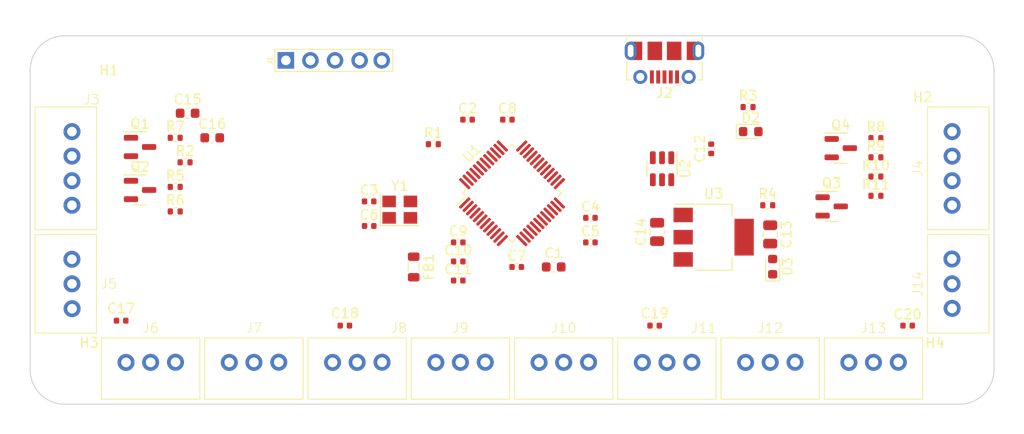
<source format=kicad_pcb>
(kicad_pcb (version 20221018) (generator pcbnew)
  (layers (0 "F.Cu" signal) (31 "B.Cu" signal) (34 "B.Paste" user) (35 "F.Paste" user) (36 "B.SilkS" user "B.Silkscreen") (37 "F.SilkS" user "F.Silkscreen") (38 "B.Mask" user) (39 "F.Mask" user) (44 "Edge.Cuts" user))
  (net 0 "")
  (net 1 "+3.3V")
  (net 2 "GND")
  (net 3 "/HSE_IN")
  (net 4 "/NRST")
  (net 5 "/HSE_OUT")
  (net 6 "+3.3VA")
  (net 7 "+5V")
  (net 8 "/5VLED")
  (net 9 "/3VLED")
  (net 10 "/SWCLK")
  (net 11 "/SDIO")
  (net 12 "/SWO")
  (net 13 "/USB_D-")
  (net 14 "/USB_D+")
  (net 16 "/SDA2HDR")
  (net 17 "/SCL2HDR")
  (net 18 "/A0")
  (net 19 "/SDA1HDR")
  (net 20 "/SCL1HDR")
  (net 21 "/A1")
  (net 22 "/A2")
  (net 23 "/A3")
  (net 24 "/A4")
  (net 25 "/A5")
  (net 26 "/A6")
  (net 27 "/A7")
  (net 28 "/A8")
  (net 29 "/A9")
  (net 30 "/SCL1")
  (net 31 "/SDA1")
  (net 32 "/SCL2")
  (net 33 "/SDA2")
  (net 34 "/BOOT0")
  (net 46 "/SWDIO")
  (footprint "Resistor_SMD:R_0402_1005Metric" (layer "F.Cu") (at 173.48 97.066)
    (fp_text reference "R11" (at 0 -1.17) (layer "F.SilkS"))
    (fp_text value "10k")
    (fp_line (start -0.153641 -0.38) (end 0.153641 -0.38) (stroke (width 0.12)) (layer "F.SilkS"))
    (fp_line (start -0.153641 0.38) (end 0.153641 0.38) (stroke (width 0.12)) (layer "F.SilkS"))
    (pad "1" smd roundrect (at -0.51 0) (size 0.54 0.64) (layers "F.Cu" "F.Paste" "F.Mask") (net 7 "+5V"))
    (pad "2" smd roundrect (at 0.51 0) (size 0.54 0.64) (layers "F.Cu" "F.Paste" "F.Mask") (net 16 "/SDA2HDR"))
  )
  (footprint "Capacitor_SMD:C_0402_1005Metric" (layer "F.Cu") (at 143.99 99.3465)
    (fp_text reference "C4" (at 0 -1.16) (layer "F.SilkS"))
    (fp_text value "100n")
    (fp_line (start -0.107836 -0.36) (end 0.107836 -0.36) (stroke (width 0.12)) (layer "F.SilkS"))
    (fp_line (start -0.107836 0.36) (end 0.107836 0.36) (stroke (width 0.12)) (layer "F.SilkS"))
    (pad "1" smd roundrect (at -0.48 0) (size 0.56 0.62) (layers "F.Cu" "F.Paste" "F.Mask") (net 4 "/NRST"))
    (pad "2" smd roundrect (at 0.48 0) (size 0.56 0.62) (layers "F.Cu" "F.Paste" "F.Mask") (net 2 "GND"))
  )
  (footprint "Package_QFP:LQFP-48_7x7mm_P0.5mm" (layer "F.Cu") (at 135.89 96.8065 45)
    (fp_text reference "U1" (at 0 -5.85 45) (layer "F.SilkS"))
    (fp_text value "STM32F103C8T6")
    (fp_line (start -3.61 -3.61) (end -3.61 -3.16) (stroke (width 0.12)) (layer "F.SilkS"))
    (fp_line (start -3.61 -3.16) (end -4.9 -3.16) (stroke (width 0.12)) (layer "F.SilkS"))
    (fp_line (start -3.61 3.61) (end -3.61 3.16) (stroke (width 0.12)) (layer "F.SilkS"))
    (fp_line (start -3.16 -3.61) (end -3.61 -3.61) (stroke (width 0.12)) (layer "F.SilkS"))
    (fp_line (start -3.16 3.61) (end -3.61 3.61) (stroke (width 0.12)) (layer "F.SilkS"))
    (fp_line (start 3.16 -3.61) (end 3.61 -3.61) (stroke (width 0.12)) (layer "F.SilkS"))
    (fp_line (start 3.16 3.61) (end 3.61 3.61) (stroke (width 0.12)) (layer "F.SilkS"))
    (fp_line (start 3.61 -3.61) (end 3.61 -3.16) (stroke (width 0.12)) (layer "F.SilkS"))
    (fp_line (start 3.61 3.61) (end 3.61 3.16) (stroke (width 0.12)) (layer "F.SilkS"))
    (pad "1" smd roundrect (at -4.1625 -2.75 45) (size 1.475 0.3) (layers "F.Cu" "F.Paste" "F.Mask") (net 1 "+3.3V"))
    (pad "2" smd roundrect (at -4.1625 -2.25 45) (size 1.475 0.3) (layers "F.Cu" "F.Paste" "F.Mask"))
    (pad "3" smd roundrect (at -4.1625 -1.75 45) (size 1.475 0.3) (layers "F.Cu" "F.Paste" "F.Mask"))
    (pad "4" smd roundrect (at -4.1625 -1.25 45) (size 1.475 0.3) (layers "F.Cu" "F.Paste" "F.Mask"))
    (pad "5" smd roundrect (at -4.1625 -0.75 45) (size 1.475 0.3) (layers "F.Cu" "F.Paste" "F.Mask") (net 3 "/HSE_IN"))
    (pad "6" smd roundrect (at -4.1625 -0.25 45) (size 1.475 0.3) (layers "F.Cu" "F.Paste" "F.Mask") (net 5 "/HSE_OUT"))
    (pad "7" smd roundrect (at -4.1625 0.25 45) (size 1.475 0.3) (layers "F.Cu" "F.Paste" "F.Mask") (net 4 "/NRST"))
    (pad "8" smd roundrect (at -4.1625 0.75 45) (size 1.475 0.3) (layers "F.Cu" "F.Paste" "F.Mask") (net 2 "GND"))
    (pad "9" smd roundrect (at -4.1625 1.25 45) (size 1.475 0.3) (layers "F.Cu" "F.Paste" "F.Mask") (net 6 "+3.3VA"))
    (pad "10" smd roundrect (at -4.1625 1.75 45) (size 1.475 0.3) (layers "F.Cu" "F.Paste" "F.Mask") (net 18 "/A0"))
    (pad "11" smd roundrect (at -4.1625 2.25 45) (size 1.475 0.3) (layers "F.Cu" "F.Paste" "F.Mask") (net 21 "/A1"))
    (pad "12" smd roundrect (at -4.1625 2.75 45) (size 1.475 0.3) (layers "F.Cu" "F.Paste" "F.Mask") (net 22 "/A2"))
    (pad "13" smd roundrect (at -2.75 4.1625 45) (size 0.3 1.475) (layers "F.Cu" "F.Paste" "F.Mask") (net 23 "/A3"))
    (pad "14" smd roundrect (at -2.25 4.1625 45) (size 0.3 1.475) (layers "F.Cu" "F.Paste" "F.Mask") (net 24 "/A4"))
    (pad "15" smd roundrect (at -1.75 4.1625 45) (size 0.3 1.475) (layers "F.Cu" "F.Paste" "F.Mask") (net 25 "/A5"))
    (pad "16" smd roundrect (at -1.25 4.1625 45) (size 0.3 1.475) (layers "F.Cu" "F.Paste" "F.Mask") (net 26 "/A6"))
    (pad "17" smd roundrect (at -0.75 4.1625 45) (size 0.3 1.475) (layers "F.Cu" "F.Paste" "F.Mask") (net 27 "/A7"))
    (pad "18" smd roundrect (at -0.25 4.1625 45) (size 0.3 1.475) (layers "F.Cu" "F.Paste" "F.Mask") (net 28 "/A8"))
    (pad "19" smd roundrect (at 0.25 4.1625 45) (size 0.3 1.475) (layers "F.Cu" "F.Paste" "F.Mask") (net 29 "/A9"))
    (pad "20" smd roundrect (at 0.75 4.1625 45) (size 0.3 1.475) (layers "F.Cu" "F.Paste" "F.Mask"))
    (pad "21" smd roundrect (at 1.25 4.1625 45) (size 0.3 1.475) (layers "F.Cu" "F.Paste" "F.Mask") (net 32 "/SCL2"))
    (pad "22" smd roundrect (at 1.75 4.1625 45) (size 0.3 1.475) (layers "F.Cu" "F.Paste" "F.Mask") (net 33 "/SDA2"))
    (pad "23" smd roundrect (at 2.25 4.1625 45) (size 0.3 1.475) (layers "F.Cu" "F.Paste" "F.Mask") (net 2 "GND"))
    (pad "24" smd roundrect (at 2.75 4.1625 45) (size 0.3 1.475) (layers "F.Cu" "F.Paste" "F.Mask") (net 1 "+3.3V"))
    (pad "25" smd roundrect (at 4.1625 2.75 45) (size 1.475 0.3) (layers "F.Cu" "F.Paste" "F.Mask"))
    (pad "26" smd roundrect (at 4.1625 2.25 45) (size 1.475 0.3) (layers "F.Cu" "F.Paste" "F.Mask"))
    (pad "27" smd roundrect (at 4.1625 1.75 45) (size 1.475 0.3) (layers "F.Cu" "F.Paste" "F.Mask"))
    (pad "28" smd roundrect (at 4.1625 1.25 45) (size 1.475 0.3) (layers "F.Cu" "F.Paste" "F.Mask"))
    (pad "29" smd roundrect (at 4.1625 0.75 45) (size 1.475 0.3) (layers "F.Cu" "F.Paste" "F.Mask"))
    (pad "30" smd roundrect (at 4.1625 0.25 45) (size 1.475 0.3) (layers "F.Cu" "F.Paste" "F.Mask"))
    (pad "31" smd roundrect (at 4.1625 -0.25 45) (size 1.475 0.3) (layers "F.Cu" "F.Paste" "F.Mask"))
    (pad "32" smd roundrect (at 4.1625 -0.75 45) (size 1.475 0.3) (layers "F.Cu" "F.Paste" "F.Mask") (net 13 "/USB_D-"))
    (pad "33" smd roundrect (at 4.1625 -1.25 45) (size 1.475 0.3) (layers "F.Cu" "F.Paste" "F.Mask") (net 14 "/USB_D+"))
    (pad "34" smd roundrect (at 4.1625 -1.75 45) (size 1.475 0.3) (layers "F.Cu" "F.Paste" "F.Mask") (net 46 "/SWDIO"))
    (pad "35" smd roundrect (at 4.1625 -2.25 45) (size 1.475 0.3) (layers "F.Cu" "F.Paste" "F.Mask") (net 2 "GND"))
    (pad "36" smd roundrect (at 4.1625 -2.75 45) (size 1.475 0.3) (layers "F.Cu" "F.Paste" "F.Mask") (net 1 "+3.3V"))
    (pad "37" smd roundrect (at 2.75 -4.1625 45) (size 0.3 1.475) (layers "F.Cu" "F.Paste" "F.Mask") (net 10 "/SWCLK"))
    (pad "38" smd roundrect (at 2.25 -4.1625 45) (size 0.3 1.475) (layers "F.Cu" "F.Paste" "F.Mask"))
    (pad "39" smd roundrect (at 1.75 -4.1625 45) (size 0.3 1.475) (layers "F.Cu" "F.Paste" "F.Mask") (net 12 "/SWO"))
    (pad "40" smd roundrect (at 1.25 -4.1625 45) (size 0.3 1.475) (layers "F.Cu" "F.Paste" "F.Mask"))
    (pad "41" smd roundrect (at 0.75 -4.1625 45) (size 0.3 1.475) (layers "F.Cu" "F.Paste" "F.Mask"))
    (pad "42" smd roundrect (at 0.25 -4.1625 45) (size 0.3 1.475) (layers "F.Cu" "F.Paste" "F.Mask") (net 30 "/SCL1"))
    (pad "43" smd roundrect (at -0.25 -4.1625 45) (size 0.3 1.475) (layers "F.Cu" "F.Paste" "F.Mask") (net 31 "/SDA1"))
    (pad "44" smd roundrect (at -0.75 -4.1625 45) (size 0.3 1.475) (layers "F.Cu" "F.Paste" "F.Mask") (net 34 "/BOOT0"))
    (pad "45" smd roundrect (at -1.25 -4.1625 45) (size 0.3 1.475) (layers "F.Cu" "F.Paste" "F.Mask"))
    (pad "46" smd roundrect (at -1.75 -4.1625 45) (size 0.3 1.475) (layers "F.Cu" "F.Paste" "F.Mask"))
    (pad "47" smd roundrect (at -2.25 -4.1625 45) (size 0.3 1.475) (layers "F.Cu" "F.Paste" "F.Mask") (net 2 "GND"))
    (pad "48" smd roundrect (at -2.75 -4.1625 45) (size 0.3 1.475) (layers "F.Cu" "F.Paste" "F.Mask") (net 1 "+3.3V"))
  )
  (footprint "MyLibrary:Conn_JST_P3-2.54" (layer "F.Cu") (at 141.224 114.3)
    (fp_text reference "J10" (at 0 -3.556 unlocked) (layer "F.SilkS") (effects (font (thickness 0.1))))
    (fp_text value "Conn_01x03_Socket")
    (fp_line (start -5.08 -2.54) (end -5.08 3.81) (stroke (width 0.1)) (layer "F.SilkS"))
    (fp_line (start -5.08 3.81) (end 5.08 3.81) (stroke (width 0.1)) (layer "F.SilkS"))
    (fp_line (start -2.54 -2.54) (end -5.08 -2.54) (stroke (width 0.1)) (layer "F.SilkS"))
    (fp_line (start 5.08 -2.54) (end -2.54 -2.54) (stroke (width 0.1)) (layer "F.SilkS"))
    (fp_line (start 5.08 3.81) (end 5.08 -2.54) (stroke (width 0.1)) (layer "F.SilkS"))
    (pad "1" thru_hole circle (at -2.54 0) (size 1.75 1.75) (drill 1) (layers "*.Cu" "*.Mask") (net 2 "GND"))
    (pad "2" thru_hole circle (at 0 -0.006498) (size 1.75 1.75) (drill 1) (layers "*.Cu" "*.Mask") (net 7 "+5V"))
    (pad "3" thru_hole circle (at 2.569592 -0.020695) (size 1.75 1.75) (drill 1) (layers "*.Cu" "*.Mask") (net 25 "/A5"))
  )
  (footprint "Capacitor_SMD:C_0805_2012Metric" (layer "F.Cu") (at 150.876 100.8055 90)
    (fp_text reference "C14" (at 0 -1.68 90) (layer "F.SilkS"))
    (fp_text value "22u")
    (fp_line (start -0.261252 -0.735) (end 0.261252 -0.735) (stroke (width 0.12)) (layer "F.SilkS"))
    (fp_line (start -0.261252 0.735) (end 0.261252 0.735) (stroke (width 0.12)) (layer "F.SilkS"))
    (pad "1" smd roundrect (at -0.95 0 90) (size 1 1.45) (layers "F.Cu" "F.Paste" "F.Mask") (net 1 "+3.3V"))
    (pad "2" smd roundrect (at 0.95 0 90) (size 1 1.45) (layers "F.Cu" "F.Paste" "F.Mask") (net 2 "GND"))
  )
  (footprint "MountingHole:MountingHole_3.2mm_M3" (layer "F.Cu") (at 182.118 84.074)
    (fp_text reference "H2" (at -3.81 2.794) (layer "F.SilkS"))
    (fp_text value "MountingHole")
    (pad "" np_thru_hole circle (at 0 0) (size 3.2 3.2) (drill 3.2) (layers "*.Cu" "*.Mask"))
  )
  (footprint "MyLibrary:Conn_JST_P3-2.54" (layer "F.Cu") (at 119.888 114.3)
    (fp_text reference "J8" (at 4.318 -3.556 unlocked) (layer "F.SilkS") (effects (font (thickness 0.1))))
    (fp_text value "Conn_01x03_Socket")
    (fp_line (start -5.08 -2.54) (end -5.08 3.81) (stroke (width 0.1)) (layer "F.SilkS"))
    (fp_line (start -5.08 3.81) (end 5.08 3.81) (stroke (width 0.1)) (layer "F.SilkS"))
    (fp_line (start -2.54 -2.54) (end -5.08 -2.54) (stroke (width 0.1)) (layer "F.SilkS"))
    (fp_line (start 5.08 -2.54) (end -2.54 -2.54) (stroke (width 0.1)) (layer "F.SilkS"))
    (fp_line (start 5.08 3.81) (end 5.08 -2.54) (stroke (width 0.1)) (layer "F.SilkS"))
    (pad "1" thru_hole circle (at -2.54 0) (size 1.75 1.75) (drill 1) (layers "*.Cu" "*.Mask") (net 2 "GND"))
    (pad "2" thru_hole circle (at 0 -0.006498) (size 1.75 1.75) (drill 1) (layers "*.Cu" "*.Mask") (net 7 "+5V"))
    (pad "3" thru_hole circle (at 2.569592 -0.020695) (size 1.75 1.75) (drill 1) (layers "*.Cu" "*.Mask") (net 23 "/A3"))
  )
  (footprint "Capacitor_SMD:C_0402_1005Metric" (layer "F.Cu") (at 130.33 103.8565)
    (fp_text reference "C10" (at 0 -1.16) (layer "F.SilkS"))
    (fp_text value "1u")
    (fp_line (start -0.107836 -0.36) (end 0.107836 -0.36) (stroke (width 0.12)) (layer "F.SilkS"))
    (fp_line (start -0.107836 0.36) (end 0.107836 0.36) (stroke (width 0.12)) (layer "F.SilkS"))
    (pad "1" smd roundrect (at -0.48 0) (size 0.56 0.62) (layers "F.Cu" "F.Paste" "F.Mask") (net 6 "+3.3VA"))
    (pad "2" smd roundrect (at 0.48 0) (size 0.56 0.62) (layers "F.Cu" "F.Paste" "F.Mask") (net 2 "GND"))
  )
  (footprint "Package_TO_SOT_SMD:SOT-23" (layer "F.Cu") (at 97.4575 96.464)
    (fp_text reference "Q2" (at 0 -2.4) (layer "F.SilkS"))
    (fp_text value "AO3400A")
    (fp_line (start 0 -1.56) (end -1.675 -1.56) (stroke (width 0.12)) (layer "F.SilkS"))
    (fp_line (start 0 -1.56) (end 0.65 -1.56) (stroke (width 0.12)) (layer "F.SilkS"))
    (fp_line (start 0 1.56) (end -0.65 1.56) (stroke (width 0.12)) (layer "F.SilkS"))
    (fp_line (start 0 1.56) (end 0.65 1.56) (stroke (width 0.12)) (layer "F.SilkS"))
    (pad "1" smd roundrect (at -0.9375 -0.95) (size 1.475 0.6) (layers "F.Cu" "F.Paste" "F.Mask") (net 1 "+3.3V"))
    (pad "2" smd roundrect (at -0.9375 0.95) (size 1.475 0.6) (layers "F.Cu" "F.Paste" "F.Mask") (net 31 "/SDA1"))
    (pad "3" smd roundrect (at 0.9375 0) (size 1.475 0.6) (layers "F.Cu" "F.Paste" "F.Mask") (net 19 "/SDA1HDR"))
  )
  (footprint "MyLibrary:Conn_JST_P3-2.54" (layer "F.Cu") (at 98.552 114.3)
    (fp_text reference "J6" (at 0 -3.556 unlocked) (layer "F.SilkS") (effects (font (thickness 0.1))))
    (fp_text value "Conn_01x03_Socket")
    (fp_line (start -5.08 -2.54) (end -5.08 3.81) (stroke (width 0.1)) (layer "F.SilkS"))
    (fp_line (start -5.08 3.81) (end 5.08 3.81) (stroke (width 0.1)) (layer "F.SilkS"))
    (fp_line (start -2.54 -2.54) (end -5.08 -2.54) (stroke (width 0.1)) (layer "F.SilkS"))
    (fp_line (start 5.08 -2.54) (end -2.54 -2.54) (stroke (width 0.1)) (layer "F.SilkS"))
    (fp_line (start 5.08 3.81) (end 5.08 -2.54) (stroke (width 0.1)) (layer "F.SilkS"))
    (pad "1" thru_hole circle (at -2.54 0) (size 1.75 1.75) (drill 1) (layers "*.Cu" "*.Mask") (net 2 "GND"))
    (pad "2" thru_hole circle (at 0 -0.006498) (size 1.75 1.75) (drill 1) (layers "*.Cu" "*.Mask") (net 7 "+5V"))
    (pad "3" thru_hole circle (at 2.569592 -0.020695) (size 1.75 1.75) (drill 1) (layers "*.Cu" "*.Mask") (net 21 "/A1"))
  )
  (footprint "Capacitor_SMD:C_0603_1608Metric" (layer "F.Cu") (at 140.195 104.4265)
    (fp_text reference "C1" (at 0 -1.43) (layer "F.SilkS"))
    (fp_text value "10u")
    (fp_line (start -0.14058 -0.51) (end 0.14058 -0.51) (stroke (width 0.12)) (layer "F.SilkS"))
    (fp_line (start -0.14058 0.51) (end 0.14058 0.51) (stroke (width 0.12)) (layer "F.SilkS"))
    (pad "1" smd roundrect (at -0.775 0) (size 0.9 0.95) (layers "F.Cu" "F.Paste" "F.Mask") (net 1 "+3.3V"))
    (pad "2" smd roundrect (at 0.775 0) (size 0.9 0.95) (layers "F.Cu" "F.Paste" "F.Mask") (net 2 "GND"))
  )
  (footprint "MyLibrary:Conn_JST_P3-2.54" (layer "F.Cu") (at 181.356 106.172 90)
    (fp_text reference "J14" (at 0 -3.556 90 unlocked) (layer "F.SilkS") (effects (font (thickness 0.1))))
    (fp_text value "Conn_01x03_Socket")
    (fp_line (start -5.08 -2.54) (end -5.08 3.81) (stroke (width 0.1)) (layer "F.SilkS"))
    (fp_line (start -5.08 3.81) (end 5.08 3.81) (stroke (width 0.1)) (layer "F.SilkS"))
    (fp_line (start -2.54 -2.54) (end -5.08 -2.54) (stroke (width 0.1)) (layer "F.SilkS"))
    (fp_line (start 5.08 -2.54) (end -2.54 -2.54) (stroke (width 0.1)) (layer "F.SilkS"))
    (fp_line (start 5.08 3.81) (end 5.08 -2.54) (stroke (width 0.1)) (layer "F.SilkS"))
    (pad "1" thru_hole circle (at -2.54 0 90) (size 1.75 1.75) (drill 1) (layers "*.Cu" "*.Mask") (net 2 "GND"))
    (pad "2" thru_hole circle (at 0 -0.006498 90) (size 1.75 1.75) (drill 1) (layers "*.Cu" "*.Mask") (net 7 "+5V"))
    (pad "3" thru_hole circle (at 2.569592 -0.020695 90) (size 1.75 1.75) (drill 1) (layers "*.Cu" "*.Mask") (net 29 "/A9"))
  )
  (footprint "Package_TO_SOT_SMD:SOT-23" (layer "F.Cu") (at 97.4575 92.014)
    (fp_text reference "Q1" (at 0 -2.4) (layer "F.SilkS"))
    (fp_text value "AO3400A")
    (fp_line (start 0 -1.56) (end -1.675 -1.56) (stroke (width 0.12)) (layer "F.SilkS"))
    (fp_line (start 0 -1.56) (end 0.65 -1.56) (stroke (width 0.12)) (layer "F.SilkS"))
    (fp_line (start 0 1.56) (end -0.65 1.56) (stroke (width 0.12)) (layer "F.SilkS"))
    (fp_line (start 0 1.56) (end 0.65 1.56) (stroke (width 0.12)) (layer "F.SilkS"))
    (pad "1" smd roundrect (at -0.9375 -0.95) (size 1.475 0.6) (layers "F.Cu" "F.Paste" "F.Mask") (net 1 "+3.3V"))
    (pad "2" smd roundrect (at -0.9375 0.95) (size 1.475 0.6) (layers "F.Cu" "F.Paste" "F.Mask") (net 30 "/SCL1"))
    (pad "3" smd roundrect (at 0.9375 0) (size 1.475 0.6) (layers "F.Cu" "F.Paste" "F.Mask") (net 20 "/SCL1HDR"))
  )
  (footprint "Resistor_SMD:R_0402_1005Metric" (layer "F.Cu") (at 173.48 91.096)
    (fp_text reference "R8" (at 0 -1.17) (layer "F.SilkS"))
    (fp_text value "10k")
    (fp_line (start -0.153641 -0.38) (end 0.153641 -0.38) (stroke (width 0.12)) (layer "F.SilkS"))
    (fp_line (start -0.153641 0.38) (end 0.153641 0.38) (stroke (width 0.12)) (layer "F.SilkS"))
    (pad "1" smd roundrect (at -0.51 0) (size 0.54 0.64) (layers "F.Cu" "F.Paste" "F.Mask") (net 1 "+3.3V"))
    (pad "2" smd roundrect (at 0.51 0) (size 0.54 0.64) (layers "F.Cu" "F.Paste" "F.Mask") (net 32 "/SCL2"))
  )
  (footprint "Resistor_SMD:R_0402_1005Metric" (layer "F.Cu") (at 127.76 91.7265)
    (fp_text reference "R1" (at 0 -1.17) (layer "F.SilkS"))
    (fp_text value "10k")
    (fp_line (start -0.153641 -0.38) (end 0.153641 -0.38) (stroke (width 0.12)) (layer "F.SilkS"))
    (fp_line (start -0.153641 0.38) (end 0.153641 0.38) (stroke (width 0.12)) (layer "F.SilkS"))
    (pad "1" smd roundrect (at -0.51 0) (size 0.54 0.64) (layers "F.Cu" "F.Paste" "F.Mask") (net 2 "GND"))
    (pad "2" smd roundrect (at 0.51 0) (size 0.54 0.64) (layers "F.Cu" "F.Paste" "F.Mask") (net 34 "/BOOT0"))
  )
  (footprint "Capacitor_SMD:C_0402_1005Metric" (layer "F.Cu") (at 131.29 89.1865)
    (fp_text reference "C2" (at 0 -1.16) (layer "F.SilkS"))
    (fp_text value "100n")
    (fp_line (start -0.107836 -0.36) (end 0.107836 -0.36) (stroke (width 0.12)) (layer "F.SilkS"))
    (fp_line (start -0.107836 0.36) (end 0.107836 0.36) (stroke (width 0.12)) (layer "F.SilkS"))
    (pad "1" smd roundrect (at -0.48 0) (size 0.56 0.62) (layers "F.Cu" "F.Paste" "F.Mask") (net 1 "+3.3V"))
    (pad "2" smd roundrect (at 0.48 0) (size 0.56 0.62) (layers "F.Cu" "F.Paste" "F.Mask") (net 2 "GND"))
  )
  (footprint "MyLibrary:Conn_JST_P4-2.54mm" (layer "F.Cu") (at 90.424 94.234 -90)
    (fp_text reference "J3" (at -7.112 -2.032 unlocked) (layer "F.SilkS") (effects (font (thickness 0.1))))
    (fp_text value "Conn_01x04_Pin")
    (fp_line (start -6.35 -2.54) (end -6.35 3.81) (stroke (width 0.1)) (layer "F.SilkS"))
    (fp_line (start -6.35 3.81) (end 6.35 3.81) (stroke (width 0.1)) (layer "F.SilkS"))
    (fp_line (start 6.35 -2.54) (end -6.35 -2.54) (stroke (width 0.1)) (layer "F.SilkS"))
    (fp_line (start 6.35 3.81) (end 6.35 -2.54) (stroke (width 0.1)) (layer "F.SilkS"))
    (pad "1" thru_hole circle (at -3.81 0 270) (size 1.75 1.75) (drill 1) (layers "*.Cu" "*.Mask") (net 20 "/SCL1HDR"))
    (pad "2" thru_hole circle (at -1.27 0 270) (size 1.75 1.75) (drill 1) (layers "*.Cu" "*.Mask") (net 19 "/SDA1HDR"))
    (pad "3" thru_hole circle (at 1.27 0 270) (size 1.75 1.75) (drill 1) (layers "*.Cu" "*.Mask") (net 7 "+5V"))
    (pad "4" thru_hole circle (at 3.81 0 270) (size 1.75 1.75) (drill 1) (layers "*.Cu" "*.Mask") (net 2 "GND"))
  )
  (footprint "MyLibrary:USB_Micro-B_Molex-105017-0001" (layer "F.Cu") (at 151.638 83.312 180)
    (fp_text reference "J2" (at 0 -3.1125 180) (layer "F.SilkS"))
    (fp_text value "USB_B_Micro")
    (fp_line (start -3.9 -1.7625) (end -3.45 -1.7625) (stroke (width 0.12)) (layer "F.SilkS"))
    (fp_line (start -3.9 0.0875) (end -3.9 -1.7625) (stroke (width 0.12)) (layer "F.SilkS"))
    (fp_line (start -3.9 2.6375) (end -3.9 2.3875) (stroke (width 0.12)) (layer "F.SilkS"))
    (fp_line (start -1.7 -2.3125) (end -1.7 -1.8625) (stroke (width 0.12)) (layer "F.SilkS"))
    (fp_line (start -1.7 -2.3125) (end -1.25 -2.3125) (stroke (width 0.12)) (layer "F.SilkS"))
    (fp_line (start 3.9 -1.7625) (end 3.45 -1.7625) (stroke (width 0.12)) (layer "F.SilkS"))
    (fp_line (start 3.9 0.0875) (end 3.9 -1.7625) (stroke (width 0.12)) (layer "F.SilkS"))
    (fp_line (start 3.9 2.6375) (end 3.9 2.3875) (stroke (width 0.12)) (layer "F.SilkS"))
    (pad "1" smd rect (at -1.3 -1.4625 180) (size 0.4 1.35) (layers "F.Cu" "F.Paste" "F.Mask") (net 7 "+5V"))
    (pad "2" smd rect (at -0.65 -1.4625 180) (size 0.4 1.35) (layers "F.Cu" "F.Paste" "F.Mask") (net 13 "/USB_D-"))
    (pad "3" smd rect (at 0 -1.4625 180) (size 0.4 1.35) (layers "F.Cu" "F.Paste" "F.Mask") (net 14 "/USB_D+"))
    (pad "4" smd rect (at 0.65 -1.4625 180) (size 0.4 1.35) (layers "F.Cu" "F.Paste" "F.Mask"))
    (pad "5" smd rect (at 1.3 -1.4625 180) (size 0.4 1.35) (layers "F.Cu" "F.Paste" "F.Mask") (net 2 "GND"))
    (pad "6" thru_hole oval (at -3.5 1.2375) (size 1.2 1.9) (drill oval 0.6 1.3) (layers "*.Cu" "*.Mask") (net 2 "GND"))
    (pad "6" smd rect (at -2.9 1.2375 180) (size 1.2 1.9) (layers "F.Cu" "F.Mask") (net 2 "GND"))
    (pad "6" thru_hole circle (at -2.5 -1.4625 180) (size 1.45 1.45) (drill 0.85) (layers "*.Cu" "*.Mask") (net 2 "GND"))
    (pad "6" smd rect (at -1 1.2375 180) (size 1.5 1.9) (layers "F.Cu" "F.Paste" "F.Mask") (net 2 "GND"))
    (pad "6" smd rect (at 1 1.2375 180) (size 1.5 1.9) (layers "F.Cu" "F.Paste" "F.Mask") (net 2 "GND"))
    (pad "6" thru_hole circle (at 2.5 -1.4625 180) (size 1.45 1.45) (drill 0.85) (layers "*.Cu" "*.Mask") (net 2 "GND"))
    (pad "6" smd rect (at 2.9 1.2375 180) (size 1.2 1.9) (layers "F.Cu" "F.Mask") (net 2 "GND"))
    (pad "6" thru_hole oval (at 3.5 1.2375 180) (size 1.2 1.9) (drill oval 0.6 1.3) (layers "*.Cu" "*.Mask") (net 2 "GND"))
  )
  (footprint "Resistor_SMD:R_0402_1005Metric" (layer "F.Cu") (at 101.09 96.144)
    (fp_text reference "R5" (at 0 -1.17) (layer "F.SilkS"))
    (fp_text value "10k")
    (fp_line (start -0.153641 -0.38) (end 0.153641 -0.38) (stroke (width 0.12)) (layer "F.SilkS"))
    (fp_line (start -0.153641 0.38) (end 0.153641 0.38) (stroke (width 0.12)) (layer "F.SilkS"))
    (pad "1" smd roundrect (at -0.51 0) (size 0.54 0.64) (layers "F.Cu" "F.Paste" "F.Mask") (net 1 "+3.3V"))
    (pad "2" smd roundrect (at 0.51 0) (size 0.54 0.64) (layers "F.Cu" "F.Paste" "F.Mask") (net 31 "/SDA1"))
  )
  (footprint "Crystal:Crystal_SMD_3225-4Pin_3.2x2.5mm" (layer "F.Cu") (at 124.29 98.4965)
    (fp_text reference "Y1" (at 0 -2.45) (layer "F.SilkS"))
    (fp_text value "Crystal_GND24")
    (fp_line (start -2 -1.65) (end -2 1.65) (stroke (width 0.12)) (layer "F.SilkS"))
    (fp_line (start -2 1.65) (end 2 1.65) (stroke (width 0.12)) (layer "F.SilkS"))
    (pad "1" smd rect (at -1.1 0.85) (size 1.4 1.2) (layers "F.Cu" "F.Paste" "F.Mask") (net 3 "/HSE_IN"))
    (pad "2" smd rect (at 1.1 0.85) (size 1.4 1.2) (layers "F.Cu" "F.Paste" "F.Mask") (net 2 "GND"))
    (pad "3" smd rect (at 1.1 -0.85) (size 1.4 1.2) (layers "F.Cu" "F.Paste" "F.Mask") (net 5 "/HSE_OUT"))
    (pad "4" smd rect (at -1.1 -0.85) (size 1.4 1.2) (layers "F.Cu" "F.Paste" "F.Mask") (net 2 "GND"))
  )
  (footprint "Package_TO_SOT_SMD:SOT-23" (layer "F.Cu") (at 168.91 98.166)
    (fp_text reference "Q3" (at 0 -2.4) (layer "F.SilkS"))
    (fp_text value "AO3400A")
    (fp_line (start 0 -1.56) (end -1.675 -1.56) (stroke (width 0.12)) (layer "F.SilkS"))
    (fp_line (start 0 -1.56) (end 0.65 -1.56) (stroke (width 0.12)) (layer "F.SilkS"))
    (fp_line (start 0 1.56) (end -0.65 1.56) (stroke (width 0.12)) (layer "F.SilkS"))
    (fp_line (start 0 1.56) (end 0.65 1.56) (stroke (width 0.12)) (layer "F.SilkS"))
    (pad "1" smd roundrect (at -0.9375 -0.95) (size 1.475 0.6) (layers "F.Cu" "F.Paste" "F.Mask") (net 1 "+3.3V"))
    (pad "2" smd roundrect (at -0.9375 0.95) (size 1.475 0.6) (layers "F.Cu" "F.Paste" "F.Mask") (net 32 "/SCL2"))
    (pad "3" smd roundrect (at 0.9375 0) (size 1.475 0.6) (layers "F.Cu" "F.Paste" "F.Mask") (net 17 "/SCL2HDR"))
  )
  (footprint "MyLibrary:Conn_Header_P5-2.54" (layer "F.Cu") (at 112.522 83.058 90)
    (fp_text reference "J1" (at 0 -1.651 90 unlocked) (layer "F.SilkS") (effects (font (size 0.5 0.5) (thickness 0.1))))
    (fp_text value "Conn_01x05_Pin")
    (fp_line (start -1.143 -1.143) (end 1.143 -1.143) (stroke (width 0.1)) (layer "F.SilkS"))
    (fp_line (start -1.143 11.049) (end -1.143 -1.143) (stroke (width 0.1)) (layer "F.SilkS"))
    (fp_line (start 1.143 -1.143) (end 1.143 0.254) (stroke (width 0.1)) (layer "F.SilkS"))
    (fp_line (start 1.143 0.254) (end 1.143 11.049) (stroke (width 0.1)) (layer "F.SilkS"))
    (fp_line (start 1.143 11.049) (end -1.143 11.049) (stroke (width 0.1)) (layer "F.SilkS"))
    (pad "1" thru_hole rect (at 0 0 90) (size 1.7 1.7) (drill 1) (layers "*.Cu" "*.Mask") (net 2 "GND"))
    (pad "2" thru_hole oval (at 0 2.54 90) (size 1.7 1.7) (drill 1) (layers "*.Cu" "*.Mask") (net 10 "/SWCLK"))
    (pad "3" thru_hole oval (at 0 5.08 90) (size 1.7 1.7) (drill 1) (layers "*.Cu" "*.Mask") (net 11 "/SDIO"))
    (pad "4" thru_hole oval (at 0 7.62 90) (size 1.7 1.7) (drill 1) (layers "*.Cu" "*.Mask") (net 1 "+3.3V"))
    (pad "5" thru_hole oval (at 0 9.906 90) (size 1.7 1.7) (drill 1) (layers "*.Cu" "*.Mask") (net 12 "/SWO"))
  )
  (footprint "Capacitor_SMD:C_0402_1005Metric" (layer "F.Cu") (at 135.41 89.1865)
    (fp_text reference "C8" (at 0 -1.16) (layer "F.SilkS"))
    (fp_text value "100n")
    (fp_line (start -0.107836 -0.36) (end 0.107836 -0.36) (stroke (width 0.12)) (layer "F.SilkS"))
    (fp_line (start -0.107836 0.36) (end 0.107836 0.36) (stroke (width 0.12)) (layer "F.SilkS"))
    (pad "1" smd roundrect (at -0.48 0) (size 0.56 0.62) (layers "F.Cu" "F.Paste" "F.Mask") (net 1 "+3.3V"))
    (pad "2" smd roundrect (at 0.48 0) (size 0.56 0.62) (layers "F.Cu" "F.Paste" "F.Mask") (net 2 "GND"))
  )
  (footprint "LED_SMD:LED_0603_1608Metric" (layer "F.Cu") (at 162.814 104.394 90)
    (fp_text reference "D3" (at 0 1.524 90) (layer "F.SilkS"))
    (fp_text value "LED")
    (fp_line (start -1.485 -0.735) (end -1.485 0.735) (stroke (width 0.12)) (layer "F.SilkS"))
    (fp_line (start -1.485 0.735) (end 0.8 0.735) (stroke (width 0.12)) (layer "F.SilkS"))
    (fp_line (start 0.8 -0.735) (end -1.485 -0.735) (stroke (width 0.12)) (layer "F.SilkS"))
    (pad "1" smd roundrect (at -0.7875 0 90) (size 0.875 0.95) (layers "F.Cu" "F.Paste" "F.Mask") (net 2 "GND"))
    (pad "2" smd roundrect (at 0.7875 0 90) (size 0.875 0.95) (layers "F.Cu" "F.Paste" "F.Mask") (net 9 "/3VLED"))
  )
  (footprint "Capacitor_SMD:C_0402_1005Metric" (layer "F.Cu") (at 176.756 110.49)
    (fp_text reference "C20" (at 0 -1.16) (layer "F.SilkS"))
    (fp_text value "1u")
    (fp_line (start -0.107836 -0.36) (end 0.107836 -0.36) (stroke (width 0.12)) (layer "F.SilkS"))
    (fp_line (start -0.107836 0.36) (end 0.107836 0.36) (stroke (width 0.12)) (layer "F.SilkS"))
    (pad "1" smd roundrect (at -0.48 0) (size 0.56 0.62) (layers "F.Cu" "F.Paste" "F.Mask") (net 7 "+5V"))
    (pad "2" smd roundrect (at 0.48 0) (size 0.56 0.62) (layers "F.Cu" "F.Paste" "F.Mask") (net 2 "GND"))
  )
  (footprint "MyLibrary:Conn_JST_P3-2.54" (layer "F.Cu") (at 173.228 114.3)
    (fp_text reference "J13" (at 0 -3.556 unlocked) (layer "F.SilkS") (effects (font (thickness 0.1))))
    (fp_text value "Conn_01x03_Socket")
    (fp_line (start -5.08 -2.54) (end -5.08 3.81) (stroke (width 0.1)) (layer "F.SilkS"))
    (fp_line (start -5.08 3.81) (end 5.08 3.81) (stroke (width 0.1)) (layer "F.SilkS"))
    (fp_line (start -2.54 -2.54) (end -5.08 -2.54) (stroke (width 0.1)) (layer "F.SilkS"))
    (fp_line (start 5.08 -2.54) (end -2.54 -2.54) (stroke (width 0.1)) (layer "F.SilkS"))
    (fp_line (start 5.08 3.81) (end 5.08 -2.54) (stroke (width 0.1)) (layer "F.SilkS"))
    (pad "1" thru_hole circle (at -2.54 0) (size 1.75 1.75) (drill 1) (layers "*.Cu" "*.Mask") (net 2 "GND"))
    (pad "2" thru_hole circle (at 0 -0.006498) (size 1.75 1.75) (drill 1) (layers "*.Cu" "*.Mask") (net 7 "+5V"))
    (pad "3" thru_hole circle (at 2.569592 -0.020695) (size 1.75 1.75) (drill 1) (layers "*.Cu" "*.Mask") (net 28 "/A8"))
  )
  (footprint "MyLibrary:Conn_JST_P3-2.54" (layer "F.Cu") (at 151.892 114.306498)
    (fp_text reference "J11" (at 3.81 -3.562498 unlocked) (layer "F.SilkS") (effects (font (thickness 0.1))))
    (fp_text value "Conn_01x03_Socket")
    (fp_line (start -5.08 -2.54) (end -5.08 3.81) (stroke (width 0.1)) (layer "F.SilkS"))
    (fp_line (start -5.08 3.81) (end 5.08 3.81) (stroke (width 0.1)) (layer "F.SilkS"))
    (fp_line (start -2.54 -2.54) (end -5.08 -2.54) (stroke (width 0.1)) (layer "F.SilkS"))
    (fp_line (start 5.08 -2.54) (end -2.54 -2.54) (stroke (width 0.1)) (layer "F.SilkS"))
    (fp_line (start 5.08 3.81) (end 5.08 -2.54) (stroke (width 0.1)) (layer "F.SilkS"))
    (pad "1" thru_hole circle (at -2.54 0) (size 1.75 1.75) (drill 1) (layers "*.Cu" "*.Mask") (net 2 "GND"))
    (pad "2" thru_hole circle (at 0 -0.006498) (size 1.75 1.75) (drill 1) (layers "*.Cu" "*.Mask") (net 7 "+5V"))
    (pad "3" thru_hole circle (at 2.569592 -0.020695) (size 1.75 1.75) (drill 1) (layers "*.Cu" "*.Mask") (net 26 "/A6"))
  )
  (footprint "Capacitor_SMD:C_0402_1005Metric" (layer "F.Cu") (at 156.464 92.202 90)
    (fp_text reference "C12" (at 0 -1.16 90) (layer "F.SilkS"))
    (fp_text value "1u")
    (fp_line (start -0.107836 -0.36) (end 0.107836 -0.36) (stroke (width 0.12)) (layer "F.SilkS"))
    (fp_line (start -0.107836 0.36) (end 0.107836 0.36) (stroke (width 0.12)) (layer "F.SilkS"))
    (pad "1" smd roundrect (at -0.48 0 90) (size 0.56 0.62) (layers "F.Cu" "F.Paste" "F.Mask") (net 7 "+5V"))
    (pad "2" smd roundrect (at 0.48 0 90) (size 0.56 0.62) (layers "F.Cu" "F.Paste" "F.Mask") (net 2 "GND"))
  )
  (footprint "MyLibrary:Conn_JST_P3-2.54" (layer "F.Cu") (at 109.22 114.3)
    (fp_text reference "J7" (at 0 -3.556 unlocked) (layer "F.SilkS") (effects (font (thickness 0.1))))
    (fp_text value "Conn_01x03_Socket")
    (fp_line (start -5.08 -2.54) (end -5.08 3.81) (stroke (width 0.1)) (layer "F.SilkS"))
    (fp_line (start -5.08 3.81) (end 5.08 3.81) (stroke (width 0.1)) (layer "F.SilkS"))
    (fp_line (start -2.54 -2.54) (end -5.08 -2.54) (stroke (width 0.1)) (layer "F.SilkS"))
    (fp_line (start 5.08 -2.54) (end -2.54 -2.54) (stroke (width 0.1)) (layer "F.SilkS"))
    (fp_line (start 5.08 3.81) (end 5.08 -2.54) (stroke (width 0.1)) (layer "F.SilkS"))
    (pad "1" thru_hole circle (at -2.54 0) (size 1.75 1.75) (drill 1) (layers "*.Cu" "*.Mask") (net 2 "GND"))
    (pad "2" thru_hole circle (at 0 -0.006498) (size 1.75 1.75) (drill 1) (layers "*.Cu" "*.Mask") (net 7 "+5V"))
    (pad "3" thru_hole circle (at 2.569592 -0.020695) (size 1.75 1.75) (drill 1) (layers "*.Cu" "*.Mask") (net 22 "/A2"))
  )
  (footprint "Resistor_SMD:R_0402_1005Metric" (layer "F.Cu") (at 101.09 91.064)
    (fp_text reference "R7" (at 0 -1.17) (layer "F.SilkS"))
    (fp_text value "10k")
    (fp_line (start -0.153641 -0.38) (end 0.153641 -0.38) (stroke (width 0.12)) (layer "F.SilkS"))
    (fp_line (start -0.153641 0.38) (end 0.153641 0.38) (stroke (width 0.12)) (layer "F.SilkS"))
    (pad "1" smd roundrect (at -0.51 0) (size 0.54 0.64) (layers "F.Cu" "F.Paste" "F.Mask") (net 7 "+5V"))
    (pad "2" smd roundrect (at 0.51 0) (size 0.54 0.64) (layers "F.Cu" "F.Paste" "F.Mask") (net 19 "/SDA1HDR"))
  )
  (footprint "Capacitor_SMD:C_0402_1005Metric" (layer "F.Cu") (at 143.99 101.8865)
    (fp_text reference "C5" (at 0 -1.16) (layer "F.SilkS"))
    (fp_text value "100n")
    (fp_line (start -0.107836 -0.36) (end 0.107836 -0.36) (stroke (width 0.12)) (layer "F.SilkS"))
    (fp_line (start -0.107836 0.36) (end 0.107836 0.36) (stroke (width 0.12)) (layer "F.SilkS"))
    (pad "1" smd roundrect (at -0.48 0) (size 0.56 0.62) (layers "F.Cu" "F.Paste" "F.Mask") (net 1 "+3.3V"))
    (pad "2" smd roundrect (at 0.48 0) (size 0.56 0.62) (layers "F.Cu" "F.Paste" "F.Mask") (net 2 "GND"))
  )
  (footprint "Resistor_SMD:R_0402_1005Metric" (layer "F.Cu") (at 101.09 98.684)
    (fp_text reference "R6" (at 0 -1.17) (layer "F.SilkS"))
    (fp_text value "10k")
    (fp_line (start -0.153641 -0.38) (end 0.153641 -0.38) (stroke (width 0.12)) (layer "F.SilkS"))
    (fp_line (start -0.153641 0.38) (end 0.153641 0.38) (stroke (width 0.12)) (layer "F.SilkS"))
    (pad "1" smd roundrect (at -0.51 0) (size 0.54 0.64) (layers "F.Cu" "F.Paste" "F.Mask") (net 7 "+5V"))
    (pad "2" smd roundrect (at 0.51 0) (size 0.54 0.64) (layers "F.Cu" "F.Paste" "F.Mask") (net 20 "/SCL1HDR"))
  )
  (footprint "MountingHole:MountingHole_3.2mm_M3" (layer "F.Cu") (at 182.118 115.062)
    (fp_text reference "H4" (at -2.54 -2.794) (layer "F.SilkS"))
    (fp_text value "MountingHole")
    (pad "" np_thru_hole circle (at 0 0) (size 3.2 3.2) (drill 3.2) (layers "*.Cu" "*.Mask"))
  )
  (footprint "Capacitor_SMD:C_0805_2012Metric" (layer "F.Cu") (at 162.56 101.0595 -90)
    (fp_text reference "C13" (at 0 -1.68 90) (layer "F.SilkS"))
    (fp_text value "22u")
    (fp_line (start -0.261252 -0.735) (end 0.261252 -0.735) (stroke (width 0.12)) (layer "F.SilkS"))
    (fp_line (start -0.261252 0.735) (end 0.261252 0.735) (stroke (width 0.12)) (layer "F.SilkS"))
    (pad "1" smd roundrect (at -0.95 0 270) (size 1 1.45) (layers "F.Cu" "F.Paste" "F.Mask") (net 7 "+5V"))
    (pad "2" smd roundrect (at 0.95 0 270) (size 1 1.45) (layers "F.Cu" "F.Paste" "F.Mask") (net 2 "GND"))
  )
  (footprint "MyLibrary:Conn_JST_P3-2.54" (layer "F.Cu") (at 130.556 114.3)
    (fp_text reference "J9" (at 0 -3.556 unlocked) (layer "F.SilkS") (effects (font (thickness 0.1))))
    (fp_text value "Conn_01x03_Socket")
    (fp_line (start -5.08 -2.54) (end -5.08 3.81) (stroke (width 0.1)) (layer "F.SilkS"))
    (fp_line (start -5.08 3.81) (end 5.08 3.81) (stroke (width 0.1)) (layer "F.SilkS"))
    (fp_line (start -2.54 -2.54) (end -5.08 -2.54) (stroke (width 0.1)) (layer "F.SilkS"))
    (fp_line (start 5.08 -2.54) (end -2.54 -2.54) (stroke (width 0.1)) (layer "F.SilkS"))
    (fp_line (start 5.08 3.81) (end 5.08 -2.54) (stroke (width 0.1)) (layer "F.SilkS"))
    (pad "1" thru_hole circle (at -2.54 0) (size 1.75 1.75) (drill 1) (layers "*.Cu" "*.Mask") (net 2 "GND"))
    (pad "2" thru_hole circle (at 0 -0.006498) (size 1.75 1.75) (drill 1) (layers "*.Cu" "*.Mask") (net 7 "+5V"))
    (pad "3" thru_hole circle (at 2.569592 -0.020695) (size 1.75 1.75) (drill 1) (layers "*.Cu" "*.Mask") (net 24 "/A4"))
  )
  (footprint "Resistor_SMD:R_0402_1005Metric" (layer "F.Cu") (at 102.11 93.604)
    (fp_text reference "R2" (at 0 -1.17) (layer "F.SilkS"))
    (fp_text value "10k")
    (fp_line (start -0.153641 -0.38) (end 0.153641 -0.38) (stroke (width 0.12)) (layer "F.SilkS"))
    (fp_line (start -0.153641 0.38) (end 0.153641 0.38) (stroke (width 0.12)) (layer "F.SilkS"))
    (pad "1" smd roundrect (at -0.51 0) (size 0.54 0.64) (layers "F.Cu" "F.Paste" "F.Mask") (net 1 "+3.3V"))
    (pad "2" smd roundrect (at 0.51 0) (size 0.54 0.64) (layers "F.Cu" "F.Paste" "F.Mask") (net 30 "/SCL1"))
  )
  (footprint "Package_TO_SOT_SMD:SOT-23" (layer "F.Cu") (at 169.8475 92.136)
    (fp_text reference "Q4" (at 0 -2.4) (layer "F.SilkS"))
    (fp_text value "AO3400A")
    (fp_line (start 0 -1.56) (end -1.675 -1.56) (stroke (width 0.12)) (layer "F.SilkS"))
    (fp_line (start 0 -1.56) (end 0.65 -1.56) (stroke (width 0.12)) (layer "F.SilkS"))
    (fp_line (start 0 1.56) (end -0.65 1.56) (stroke (width 0.12)) (layer "F.SilkS"))
    (fp_line (start 0 1.56) (end 0.65 1.56) (stroke (width 0.12)) (layer "F.SilkS"))
    (pad "1" smd roundrect (at -0.9375 -0.95) (size 1.475 0.6) (layers "F.Cu" "F.Paste" "F.Mask") (net 1 "+3.3V"))
    (pad "2" smd roundrect (at -0.9375 0.95) (size 1.475 0.6) (layers "F.Cu" "F.Paste" "F.Mask") (net 33 "/SDA2"))
    (pad "3" smd roundrect (at 0.9375 0) (size 1.475 0.6) (layers "F.Cu" "F.Paste" "F.Mask") (net 16 "/SDA2HDR"))
  )
  (footprint "Capacitor_SMD:C_0402_1005Metric" (layer "F.Cu") (at 136.37 104.4265)
    (fp_text reference "C7" (at 0 -1.16) (layer "F.SilkS"))
    (fp_text value "100n")
    (fp_line (start -0.107836 -0.36) (end 0.107836 -0.36) (stroke (width 0.12)) (layer "F.SilkS"))
    (fp_line (start -0.107836 0.36) (end 0.107836 0.36) (stroke (width 0.12)) (layer "F.SilkS"))
    (pad "1" smd roundrect (at -0.48 0) (size 0.56 0.62) (layers "F.Cu" "F.Paste" "F.Mask") (net 1 "+3.3V"))
    (pad "2" smd roundrect (at 0.48 0) (size 0.56 0.62) (layers "F.Cu" "F.Paste" "F.Mask") (net 2 "GND"))
  )
  (footprint "MountingHole:MountingHole_3.2mm_M3" (layer "F.Cu") (at 89.662 84.074)
    (fp_text reference "H1" (at 4.572 0) (layer "F.SilkS"))
    (fp_text value "MountingHole")
    (pad "" np_thru_hole circle (at 0 0) (size 3.2 3.2) (drill 3.2) (layers "*.Cu" "*.Mask"))
  )
  (footprint "MyLibrary:Conn_JST_P4-2.54mm" (layer "F.Cu") (at 181.356 94.234 90)
    (fp_text reference "J4" (at 0 -3.556 90 unlocked) (layer "F.SilkS") (effects (font (thickness 0.1))))
    (fp_text value "Conn_01x04_Pin")
    (fp_line (start -6.35 -2.54) (end -6.35 3.81) (stroke (width 0.1)) (layer "F.SilkS"))
    (fp_line (start -6.35 3.81) (end 6.35 3.81) (stroke (width 0.1)) (layer "F.SilkS"))
    (fp_line (start 6.35 -2.54) (end -6.35 -2.54) (stroke (width 0.1)) (layer "F.SilkS"))
    (fp_line (start 6.35 3.81) (end 6.35 -2.54) (stroke (width 0.1)) (layer "F.SilkS"))
    (pad "1" thru_hole circle (at -3.81 0 90) (size 1.75 1.75) (drill 1) (layers "*.Cu" "*.Mask") (net 17 "/SCL2HDR"))
    (pad "2" thru_hole circle (at -1.27 0 90) (size 1.75 1.75) (drill 1) (layers "*.Cu" "*.Mask") (net 16 "/SDA2HDR"))
    (pad "3" thru_hole circle (at 1.27 0 90) (size 1.75 1.75) (drill 1) (layers "*.Cu" "*.Mask") (net 7 "+5V"))
    (pad "4" thru_hole circle (at 3.81 0 90) (size 1.75 1.75) (drill 1) (layers "*.Cu" "*.Mask") (net 2 "GND"))
  )
  (footprint "Resistor_SMD:R_0402_1005Metric" (layer "F.Cu") (at 162.306 98.044)
    (fp_text reference "R4" (at 0 -1.17) (layer "F.SilkS"))
    (fp_text value "2k")
    (fp_line (start -0.153641 -0.38) (end 0.153641 -0.38) (stroke (width 0.12)) (layer "F.SilkS"))
    (fp_line (start -0.153641 0.38) (end 0.153641 0.38) (stroke (width 0.12)) (layer "F.SilkS"))
    (pad "1" smd roundrect (at -0.51 0) (size 0.54 0.64) (layers "F.Cu" "F.Paste" "F.Mask") (net 1 "+3.3V"))
    (pad "2" smd roundrect (at 0.51 0) (size 0.54 0.64) (layers "F.Cu" "F.Paste" "F.Mask") (net 9 "/3VLED"))
  )
  (footprint "Inductor_SMD:L_0805_2012Metric" (layer "F.Cu") (at 125.73 104.4265 -90)
    (fp_text reference "FB1" (at 0 -1.55 90) (layer "F.SilkS"))
    (fp_text value "FerriteBead")
    (fp_line (start -0.399622 -0.56) (end 0.399622 -0.56) (stroke (width 0.12)) (layer "F.SilkS"))
    (fp_line (start -0.399622 0.56) (end 0.399622 0.56) (stroke (width 0.12)) (layer "F.SilkS"))
    (pad "1" smd roundrect (at -1.0625 0 270) (size 0.875 1.2) (layers "F.Cu" "F.Paste" "F.Mask") (net 6 "+3.3VA"))
    (pad "2" smd roundrect (at 1.0625 0 270) (size 0.875 1.2) (layers "F.Cu" "F.Paste" "F.Mask") (net 1 "+3.3V"))
  )
  (footprint "Package_TO_SOT_SMD:SOT-223-3_TabPin2" (layer "F.Cu") (at 156.718 101.346)
    (fp_text reference "U3" (at 0 -4.5) (layer "F.SilkS"))
    (fp_text value "AMS1117-3.3")
    (fp_line (start -4.1 -3.41) (end 1.91 -3.41) (stroke (width 0.12)) (layer "F.SilkS"))
    (fp_line (start -1.85 3.41) (end 1.91 3.41) (stroke (width 0.12)) (layer "F.SilkS"))
    (fp_line (start 1.91 -3.41) (end 1.91 -2.15) (stroke (width 0.12)) (layer "F.SilkS"))
    (fp_line (start 1.91 3.41) (end 1.91 2.15) (stroke (width 0.12)) (layer "F.SilkS"))
    (pad "1" smd rect (at -3.15 -2.3) (size 2 1.5) (layers "F.Cu" "F.Paste" "F.Mask") (net 2 "GND"))
    (pad "2" smd rect (at -3.15 0) (size 2 1.5) (layers "F.Cu" "F.Paste" "F.Mask") (net 1 "+3.3V"))
    (pad "2" smd rect (at 3.15 0) (size 2 3.8) (layers "F.Cu" "F.Paste" "F.Mask") (net 1 "+3.3V"))
    (pad "3" smd rect (at -3.15 2.3) (size 2 1.5) (layers "F.Cu" "F.Paste" "F.Mask") (net 7 "+5V"))
  )
  (footprint "Capacitor_SMD:C_0402_1005Metric" (layer "F.Cu") (at 95.504 109.982 180)
    (fp_text reference "C17" (at 0 1.27) (layer "F.SilkS"))
    (fp_text value "1u")
    (fp_line (start -0.107836 -0.36) (end 0.107836 -0.36) (stroke (width 0.12)) (layer "F.SilkS"))
    (fp_line (start -0.107836 0.36) (end 0.107836 0.36) (stroke (width 0.12)) (layer "F.SilkS"))
    (pad "1" smd roundrect (at -0.48 0 180) (size 0.56 0.62) (layers "F.Cu" "F.Paste" "F.Mask") (net 7 "+5V"))
    (pad "2" smd roundrect (at 0.48 0 180) (size 0.56 0.62) (layers "F.Cu" "F.Paste" "F.Mask") (net 2 "GND"))
  )
  (footprint "LED_SMD:LED_0603_1608Metric" (layer "F.Cu") (at 160.5515 90.424)
    (fp_text reference "D2" (at 0 -1.43) (layer "F.SilkS"))
    (fp_text value "LED")
    (fp_line (start -1.485 -0.735) (end -1.485 0.735) (stroke (width 0.12)) (layer "F.SilkS"))
    (fp_line (start -1.485 0.735) (end 0.8 0.735) (stroke (width 0.12)) (layer "F.SilkS"))
    (fp_line (start 0.8 -0.735) (end -1.485 -0.735) (stroke (width 0.12)) (layer "F.SilkS"))
    (pad "1" smd roundrect (at -0.7875 0) (size 0.875 0.95) (layers "F.Cu" "F.Paste" "F.Mask") (net 2 "GND"))
    (pad "2" smd roundrect (at 0.7875 0) (size 0.875 0.95) (layers "F.Cu" "F.Paste" "F.Mask") (net 8 "/5VLED"))
  )
  (footprint "MyLibrary:Conn_JST_P3-2.54" (layer "F.Cu") (at 162.56 114.3)
    (fp_text reference "J12" (at 0 -3.556 unlocked) (layer "F.SilkS") (effects (font (thickness 0.1))))
    (fp_text value "Conn_01x03_Socket")
    (fp_line (start -5.08 -2.54) (end -5.08 3.81) (stroke (width 0.1)) (layer "F.SilkS"))
    (fp_line (start -5.08 3.81) (end 5.08 3.81) (stroke (width 0.1)) (layer "F.SilkS"))
    (fp_line (start -2.54 -2.54) (end -5.08 -2.54) (stroke (width 0.1)) (layer "F.SilkS"))
    (fp_line (start 5.08 -2.54) (end -2.54 -2.54) (stroke (width 0.1)) (layer "F.SilkS"))
    (fp_line (start 5.08 3.81) (end 5.08 -2.54) (stroke (width 0.1)) (layer "F.SilkS"))
    (pad "1" thru_hole circle (at -2.54 0) (size 1.75 1.75) (drill 1) (layers "*.Cu" "*.Mask") (net 2 "GND"))
    (pad "2" thru_hole circle (at 0 -0.006498) (size 1.75 1.75) (drill 1) (layers "*.Cu" "*.Mask") (net 7 "+5V"))
    (pad "3" thru_hole circle (at 2.569592 -0.020695) (size 1.75 1.75) (drill 1) (layers "*.Cu" "*.Mask") (net 27 "/A7"))
  )
  (footprint "Capacitor_SMD:C_0603_1608Metric" (layer "F.Cu") (at 102.375 88.524)
    (fp_text reference "C15" (at 0 -1.43) (layer "F.SilkS"))
    (fp_text value "2.2u")
    (fp_line (start -0.14058 -0.51) (end 0.14058 -0.51) (stroke (width 0.12)) (layer "F.SilkS"))
    (fp_line (start -0.14058 0.51) (end 0.14058 0.51) (stroke (width 0.12)) (layer "F.SilkS"))
    (pad "1" smd roundrect (at -0.775 0) (size 0.9 0.95) (layers "F.Cu" "F.Paste" "F.Mask") (net 7 "+5V"))
    (pad "2" smd roundrect (at 0.775 0) (size 0.9 0.95) (layers "F.Cu" "F.Paste" "F.Mask") (net 2 "GND"))
  )
  (footprint "Capacitor_SMD:C_0402_1005Metric" (layer "F.Cu") (at 130.33 105.8265)
    (fp_text reference "C11" (at 0 -1.16) (layer "F.SilkS"))
    (fp_text value "1u")
    (fp_line (start -0.107836 -0.36) (end 0.107836 -0.36) (stroke (width 0.12)) (layer "F.SilkS"))
    (fp_line (start -0.107836 0.36) (end 0.107836 0.36) (stroke (width 0.12)) (layer "F.SilkS"))
    (pad "1" smd roundrect (at -0.48 0) (size 0.56 0.62) (layers "F.Cu" "F.Paste" "F.Mask") (net 1 "+3.3V"))
    (pad "2" smd roundrect (at 0.48 0) (size 0.56 0.62) (layers "F.Cu" "F.Paste" "F.Mask") (net 2 "GND"))
  )
  (footprint "Capacitor_SMD:C_0402_1005Metric" (layer "F.Cu") (at 118.618 110.49 180)
    (fp_text reference "C18" (at 0 1.27) (layer "F.SilkS"))
    (fp_text value "1u")
    (fp_line (start -0.107836 -0.36) (end 0.107836 -0.36) (stroke (width 0.12)) (layer "F.SilkS"))
    (fp_line (start -0.107836 0.36) (end 0.107836 0.36) (stroke (width 0.12)) (layer "F.SilkS"))
    (pad "1" smd roundrect (at -0.48 0 180) (size 0.56 0.62) (layers "F.Cu" "F.Paste" "F.Mask") (net 7 "+5V"))
    (pad "2" smd roundrect (at 0.48 0 180) (size 0.56 0.62) (layers "F.Cu" "F.Paste" "F.Mask") (net 2 "GND"))
  )
  (footprint "Resistor_SMD:R_0402_1005Metric" (layer "F.Cu") (at 160.274 87.884)
    (fp_text reference "R3" (at 0 -1.17) (layer "F.SilkS"))
    (fp_text value "2k")
    (fp_line (start -0.153641 -0.38) (end 0.153641 -0.38) (stroke (width 0.12)) (layer "F.SilkS"))
    (fp_line (start -0.153641 0.38) (end 0.153641 0.38) (stroke (width 0.12)) (layer "F.SilkS"))
    (pad "1" smd roundrect (at -0.51 0) (size 0.54 0.64) (layers "F.Cu" "F.Paste" "F.Mask") (net 7 "+5V"))
    (pad "2" smd roundrect (at 0.51 0) (size 0.54 0.64) (layers "F.Cu" "F.Paste" "F.Mask") (net 8 "/5VLED"))
  )
  (footprint "Capacitor_SMD:C_0402_1005Metric" (layer "F.Cu") (at 130.33 101.8865)
    (fp_text reference "C9" (at 0 -1.16) (layer "F.SilkS"))
    (fp_text value "10n")
    (fp_line (start -0.107836 -0.36) (end 0.107836 -0.36) (stroke (width 0.12)) (layer "F.SilkS"))
    (fp_line (start -0.107836 0.36) (end 0.107836 0.36) (stroke (width 0.12)) (layer "F.SilkS"))
    (pad "1" smd roundrect (at -0.48 0) (size 0.56 0.62) (layers "F.Cu" "F.Paste" "F.Mask") (net 6 "+3.3VA"))
    (pad "2" smd roundrect (at 0.48 0) (size 0.56 0.62) (layers "F.Cu" "F.Paste" "F.Mask") (net 2 "GND"))
  )
  (footprint "Capacitor_SMD:C_0402_1005Metric" (layer "F.Cu") (at 150.622 110.49 180)
    (fp_text reference "C19" (at 0 1.27) (layer "F.SilkS"))
    (fp_text value "1u")
    (fp_line (start -0.107836 -0.36) (end 0.107836 -0.36) (stroke (width 0.12)) (layer "F.SilkS"))
    (fp_line (start -0.107836 0.36) (end 0.107836 0.36) (stroke (width 0.12)) (layer "F.SilkS"))
    (pad "1" smd roundrect (at -0.48 0 180) (size 0.56 0.62) (layers "F.Cu" "F.Paste" "F.Mask") (net 7 "+5V"))
    (pad "2" smd roundrect (at 0.48 0 180) (size 0.56 0.62) (layers "F.Cu" "F.Paste" "F.Mask") (net 2 "GND"))
  )
  (footprint "Package_TO_SOT_SMD:SOT-23-6" (layer "F.Cu") (at 151.384 94.2665 -90)
    (fp_text reference "U2" (at 0 -2.4 90) (layer "F.SilkS"))
    (fp_text value "SRV05-4")
    (fp_line (start 0 -1.56) (end -1.8 -1.56) (stroke (width 0.12)) (layer "F.SilkS"))
    (fp_line (start 0 -1.56) (end 0.8 -1.56) (stroke (width 0.12)) (layer "F.SilkS"))
    (fp_line (start 0 1.56) (end -0.8 1.56) (stroke (width 0.12)) (layer "F.SilkS"))
    (fp_line (start 0 1.56) (end 0.8 1.56) (stroke (width 0.12)) (layer "F.SilkS"))
    (pad "1" smd roundrect (at -1.1375 -0.95 270) (size 1.325 0.6) (layers "F.Cu" "F.Paste" "F.Mask") (net 13 "/USB_D-"))
    (pad "2" smd roundrect (at -1.1375 0 270) (size 1.325 0.6) (layers "F.Cu" "F.Paste" "F.Mask") (net 2 "GND"))
    (pad "3" smd roundrect (at -1.1375 0.95 270) (size 1.325 0.6) (layers "F.Cu" "F.Paste" "F.Mask") (net 14 "/USB_D+"))
    (pad "4" smd roundrect (at 1.1375 0.95 270) (size 1.325 0.6) (layers "F.Cu" "F.Paste" "F.Mask"))
    (pad "5" smd roundrect (at 1.1375 0 270) (size 1.325 0.6) (layers "F.Cu" "F.Paste" "F.Mask") (net 7 "+5V"))
    (pad "6" smd roundrect (at 1.1375 -0.95 270) (size 1.325 0.6) (layers "F.Cu" "F.Paste" "F.Mask"))
  )
  (footprint "Resistor_SMD:R_0402_1005Metric" (layer "F.Cu") (at 173.48 95.076)
    (fp_text reference "R10" (at 0 -1.17) (layer "F.SilkS"))
    (fp_text value "10k")
    (fp_line (start -0.153641 -0.38) (end 0.153641 -0.38) (stroke (width 0.12)) (layer "F.SilkS"))
    (fp_line (start -0.153641 0.38) (end 0.153641 0.38) (stroke (width 0.12)) (layer "F.SilkS"))
    (pad "1" smd roundrect (at -0.51 0) (size 0.54 0.64) (layers "F.Cu" "F.Paste" "F.Mask") (net 7 "+5V"))
    (pad "2" smd roundrect (at 0.51 0) (size 0.54 0.64) (layers "F.Cu" "F.Paste" "F.Mask") (net 17 "/SCL2HDR"))
  )
  (footprint "MyLibrary:Conn_JST_P3-2.54" (layer "F.Cu") (at 90.417502 106.172 -90)
    (fp_text reference "J5" (at 0 -3.816498 unlocked) (layer "F.SilkS") (effects (font (thickness 0.1))))
    (fp_text value "Conn_01x03_Socket")
    (fp_line (start -5.08 -2.54) (end -5.08 3.81) (stroke (width 0.1)) (layer "F.SilkS"))
    (fp_line (start -5.08 3.81) (end 5.08 3.81) (stroke (width 0.1)) (layer "F.SilkS"))
    (fp_line (start -2.54 -2.54) (end -5.08 -2.54) (stroke (width 0.1)) (layer "F.SilkS"))
    (fp_line (start 5.08 -2.54) (end -2.54 -2.54) (stroke (width 0.1)) (layer "F.SilkS"))
    (fp_line (start 5.08 3.81) (end 5.08 -2.54) (stroke (width 0.1)) (layer "F.SilkS"))
    (pad "1" thru_hole circle (at -2.54 0 270) (size 1.75 1.75) (drill 1) (layers "*.Cu" "*.Mask") (net 2 "GND"))
    (pad "2" thru_hole circle (at 0 -0.006498 270) (size 1.75 1.75) (drill 1) (layers "*.Cu" "*.Mask") (net 7 "+5V"))
    (pad "3" thru_hole circle (at 2.569592 -0.020695 270) (size 1.75 1.75) (drill 1) (layers "*.Cu" "*.Mask") (net 18 "/A0"))
  )
  (footprint "Capacitor_SMD:C_0402_1005Metric" (layer "F.Cu") (at 121.13 97.6465)
    (fp_text reference "C3" (at 0 -1.16) (layer "F.SilkS"))
    (fp_text value "12p")
    (fp_line (start -0.107836 -0.36) (end 0.107836 -0.36) (stroke (width 0.12)) (layer "F.SilkS"))
    (fp_line (start -0.107836 0.36) (end 0.107836 0.36) (stroke (width 0.12)) (layer "F.SilkS"))
    (pad "1" smd roundrect (at -0.48 0) (size 0.56 0.62) (layers "F.Cu" "F.Paste" "F.Mask") (net 3 "/HSE_IN"))
    (pad "2" smd roundrect (at 0.48 0) (size 0.56 0.62) (layers "F.Cu" "F.Paste" "F.Mask") (net 2 "GND"))
  )
  (footprint "MountingHole:MountingHole_3.2mm_M3" (layer "F.Cu") (at 89.662 115.062)
    (fp_text reference "H3" (at 2.54 -2.794) (layer "F.SilkS"))
    (fp_text value "MountingHole")
    (pad "" np_thru_hole circle (at 0 0) (size 3.2 3.2) (drill 3.2) (layers "*.Cu" "*.Mask"))
  )
  (footprint "Capacitor_SMD:C_0603_1608Metric" (layer "F.Cu") (at 104.915 91.064)
    (fp_text reference "C16" (at 0 -1.43) (layer "F.SilkS"))
    (fp_text value "2.2u")
    (fp_line (start -0.14058 -0.51) (end 0.14058 -0.51) (stroke (width 0.12)) (layer "F.SilkS"))
    (fp_line (start -0.14058 0.51) (end 0.14058 0.51) (stroke (width 0.12)) (layer "F.SilkS"))
    (pad "1" smd roundrect (at -0.775 0) (size 0.9 0.95) (layers "F.Cu" "F.Paste" "F.Mask") (net 7 "+5V"))
    (pad "2" smd roundrect (at 0.775 0) (size 0.9 0.95) (layers "F.Cu" "F.Paste" "F.Mask") (net 2 "GND"))
  )
  (footprint "Resistor_SMD:R_0402_1005Metric" (layer "F.Cu") (at 173.48 93.086)
    (fp_text reference "R9" (at 0 -1.17) (layer "F.SilkS"))
    (fp_text value "10k")
    (fp_line (start -0.153641 -0.38) (end 0.153641 -0.38) (stroke (width 0.12)) (layer "F.SilkS"))
    (fp_line (start -0.153641 0.38) (end 0.153641 0.38) (stroke (width 0.12)) (layer "F.SilkS"))
    (pad "1" smd roundrect (at -0.51 0) (size 0.54 0.64) (layers "F.Cu" "F.Paste" "F.Mask") (net 1 "+3.3V"))
    (pad "2" smd roundrect (at 0.51 0) (size 0.54 0.64) (layers "F.Cu" "F.Paste" "F.Mask") (net 33 "/SDA2"))
  )
  (footprint "Capacitor_SMD:C_0402_1005Metric" (layer "F.Cu") (at 121.13 100.1865)
    (fp_text reference "C6" (at 0 -1.16) (layer "F.SilkS"))
    (fp_text value "12p")
    (fp_line (start -0.107836 -0.36) (end 0.107836 -0.36) (stroke (width 0.12)) (layer "F.SilkS"))
    (fp_line (start -0.107836 0.36) (end 0.107836 0.36) (stroke (width 0.12)) (layer "F.SilkS"))
    (pad "1" smd roundrect (at -0.48 0) (size 0.56 0.62) (layers "F.Cu" "F.Paste" "F.Mask") (net 5 "/HSE_OUT"))
    (pad "2" smd roundrect (at 0.48 0) (size 0.56 0.62) (layers "F.Cu" "F.Paste" "F.Mask") (net 2 "GND"))
  )
  (gr_arc (start 86.106001 84.074001) (mid 87.147529 81.559529) (end 89.662001 80.518001) (stroke (width 0.1)) (layer "Edge.Cuts"))
  (gr_line (start 185.673999 84.074001) (end 185.673999 115.061999) (stroke (width 0.1)) (layer "Edge.Cuts"))
  (gr_arc (start 185.673999 115.061999) (mid 184.632471 117.576471) (end 182.117999 118.617999) (stroke (width 0.1)) (layer "Edge.Cuts"))
  (gr_line (start 86.106001 115.061999) (end 86.106001 84.074001) (stroke (width 0.1)) (layer "Edge.Cuts"))
  (gr_line (start 89.662001 80.518001) (end 182.117999 80.518001) (stroke (width 0.1)) (layer "Edge.Cuts"))
  (gr_line (start 182.117999 118.617999) (end 89.662001 118.617999) (stroke (width 0.1)) (layer "Edge.Cuts"))
  (gr_arc (start 182.117999 80.518001) (mid 184.632471 81.559529) (end 185.673999 84.074001) (stroke (width 0.1)) (layer "Edge.Cuts"))
  (gr_arc (start 89.662001 118.617999) (mid 87.147529 117.576471) (end 86.106001 115.061999) (stroke (width 0.1)) (layer "Edge.Cuts"))
)
</source>
